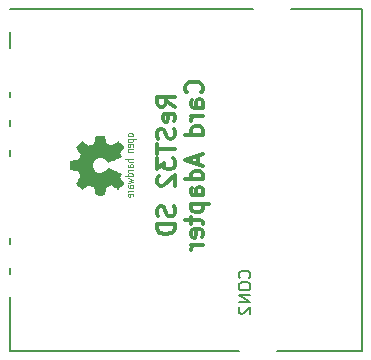
<source format=gbo>
G04 #@! TF.FileFunction,Legend,Bot*
%FSLAX46Y46*%
G04 Gerber Fmt 4.6, Leading zero omitted, Abs format (unit mm)*
G04 Created by KiCad (PCBNEW 4.0.2-stable) date 27.07.2016 22:22:32*
%MOMM*%
G01*
G04 APERTURE LIST*
%ADD10C,0.100000*%
%ADD11C,0.300000*%
%ADD12C,0.075000*%
%ADD13C,0.002540*%
%ADD14C,0.150000*%
G04 APERTURE END LIST*
D10*
D11*
X93458571Y-118515430D02*
X92744286Y-118015430D01*
X93458571Y-117658287D02*
X91958571Y-117658287D01*
X91958571Y-118229715D01*
X92030000Y-118372573D01*
X92101429Y-118444001D01*
X92244286Y-118515430D01*
X92458571Y-118515430D01*
X92601429Y-118444001D01*
X92672857Y-118372573D01*
X92744286Y-118229715D01*
X92744286Y-117658287D01*
X93387143Y-119729715D02*
X93458571Y-119586858D01*
X93458571Y-119301144D01*
X93387143Y-119158287D01*
X93244286Y-119086858D01*
X92672857Y-119086858D01*
X92530000Y-119158287D01*
X92458571Y-119301144D01*
X92458571Y-119586858D01*
X92530000Y-119729715D01*
X92672857Y-119801144D01*
X92815714Y-119801144D01*
X92958571Y-119086858D01*
X93387143Y-120372572D02*
X93458571Y-120586858D01*
X93458571Y-120944001D01*
X93387143Y-121086858D01*
X93315714Y-121158287D01*
X93172857Y-121229715D01*
X93030000Y-121229715D01*
X92887143Y-121158287D01*
X92815714Y-121086858D01*
X92744286Y-120944001D01*
X92672857Y-120658287D01*
X92601429Y-120515429D01*
X92530000Y-120444001D01*
X92387143Y-120372572D01*
X92244286Y-120372572D01*
X92101429Y-120444001D01*
X92030000Y-120515429D01*
X91958571Y-120658287D01*
X91958571Y-121015429D01*
X92030000Y-121229715D01*
X91958571Y-121658286D02*
X91958571Y-122515429D01*
X93458571Y-122086858D02*
X91958571Y-122086858D01*
X91958571Y-122872572D02*
X91958571Y-123801143D01*
X92530000Y-123301143D01*
X92530000Y-123515429D01*
X92601429Y-123658286D01*
X92672857Y-123729715D01*
X92815714Y-123801143D01*
X93172857Y-123801143D01*
X93315714Y-123729715D01*
X93387143Y-123658286D01*
X93458571Y-123515429D01*
X93458571Y-123086857D01*
X93387143Y-122944000D01*
X93315714Y-122872572D01*
X92101429Y-124372571D02*
X92030000Y-124444000D01*
X91958571Y-124586857D01*
X91958571Y-124944000D01*
X92030000Y-125086857D01*
X92101429Y-125158286D01*
X92244286Y-125229714D01*
X92387143Y-125229714D01*
X92601429Y-125158286D01*
X93458571Y-124301143D01*
X93458571Y-125229714D01*
X93387143Y-126943999D02*
X93458571Y-127158285D01*
X93458571Y-127515428D01*
X93387143Y-127658285D01*
X93315714Y-127729714D01*
X93172857Y-127801142D01*
X93030000Y-127801142D01*
X92887143Y-127729714D01*
X92815714Y-127658285D01*
X92744286Y-127515428D01*
X92672857Y-127229714D01*
X92601429Y-127086856D01*
X92530000Y-127015428D01*
X92387143Y-126943999D01*
X92244286Y-126943999D01*
X92101429Y-127015428D01*
X92030000Y-127086856D01*
X91958571Y-127229714D01*
X91958571Y-127586856D01*
X92030000Y-127801142D01*
X93458571Y-128443999D02*
X91958571Y-128443999D01*
X91958571Y-128801142D01*
X92030000Y-129015427D01*
X92172857Y-129158285D01*
X92315714Y-129229713D01*
X92601429Y-129301142D01*
X92815714Y-129301142D01*
X93101429Y-129229713D01*
X93244286Y-129158285D01*
X93387143Y-129015427D01*
X93458571Y-128801142D01*
X93458571Y-128443999D01*
X95715714Y-117301144D02*
X95787143Y-117229715D01*
X95858571Y-117015429D01*
X95858571Y-116872572D01*
X95787143Y-116658287D01*
X95644286Y-116515429D01*
X95501429Y-116444001D01*
X95215714Y-116372572D01*
X95001429Y-116372572D01*
X94715714Y-116444001D01*
X94572857Y-116515429D01*
X94430000Y-116658287D01*
X94358571Y-116872572D01*
X94358571Y-117015429D01*
X94430000Y-117229715D01*
X94501429Y-117301144D01*
X95858571Y-118586858D02*
X95072857Y-118586858D01*
X94930000Y-118515429D01*
X94858571Y-118372572D01*
X94858571Y-118086858D01*
X94930000Y-117944001D01*
X95787143Y-118586858D02*
X95858571Y-118444001D01*
X95858571Y-118086858D01*
X95787143Y-117944001D01*
X95644286Y-117872572D01*
X95501429Y-117872572D01*
X95358571Y-117944001D01*
X95287143Y-118086858D01*
X95287143Y-118444001D01*
X95215714Y-118586858D01*
X95858571Y-119301144D02*
X94858571Y-119301144D01*
X95144286Y-119301144D02*
X95001429Y-119372572D01*
X94930000Y-119444001D01*
X94858571Y-119586858D01*
X94858571Y-119729715D01*
X95858571Y-120872572D02*
X94358571Y-120872572D01*
X95787143Y-120872572D02*
X95858571Y-120729715D01*
X95858571Y-120444001D01*
X95787143Y-120301143D01*
X95715714Y-120229715D01*
X95572857Y-120158286D01*
X95144286Y-120158286D01*
X95001429Y-120229715D01*
X94930000Y-120301143D01*
X94858571Y-120444001D01*
X94858571Y-120729715D01*
X94930000Y-120872572D01*
X95430000Y-122658286D02*
X95430000Y-123372572D01*
X95858571Y-122515429D02*
X94358571Y-123015429D01*
X95858571Y-123515429D01*
X95858571Y-124658286D02*
X94358571Y-124658286D01*
X95787143Y-124658286D02*
X95858571Y-124515429D01*
X95858571Y-124229715D01*
X95787143Y-124086857D01*
X95715714Y-124015429D01*
X95572857Y-123944000D01*
X95144286Y-123944000D01*
X95001429Y-124015429D01*
X94930000Y-124086857D01*
X94858571Y-124229715D01*
X94858571Y-124515429D01*
X94930000Y-124658286D01*
X95858571Y-126015429D02*
X95072857Y-126015429D01*
X94930000Y-125944000D01*
X94858571Y-125801143D01*
X94858571Y-125515429D01*
X94930000Y-125372572D01*
X95787143Y-126015429D02*
X95858571Y-125872572D01*
X95858571Y-125515429D01*
X95787143Y-125372572D01*
X95644286Y-125301143D01*
X95501429Y-125301143D01*
X95358571Y-125372572D01*
X95287143Y-125515429D01*
X95287143Y-125872572D01*
X95215714Y-126015429D01*
X94858571Y-126729715D02*
X96358571Y-126729715D01*
X94930000Y-126729715D02*
X94858571Y-126872572D01*
X94858571Y-127158286D01*
X94930000Y-127301143D01*
X95001429Y-127372572D01*
X95144286Y-127444001D01*
X95572857Y-127444001D01*
X95715714Y-127372572D01*
X95787143Y-127301143D01*
X95858571Y-127158286D01*
X95858571Y-126872572D01*
X95787143Y-126729715D01*
X94858571Y-127872572D02*
X94858571Y-128444001D01*
X94358571Y-128086858D02*
X95644286Y-128086858D01*
X95787143Y-128158286D01*
X95858571Y-128301144D01*
X95858571Y-128444001D01*
X95787143Y-129515429D02*
X95858571Y-129372572D01*
X95858571Y-129086858D01*
X95787143Y-128944001D01*
X95644286Y-128872572D01*
X95072857Y-128872572D01*
X94930000Y-128944001D01*
X94858571Y-129086858D01*
X94858571Y-129372572D01*
X94930000Y-129515429D01*
X95072857Y-129586858D01*
X95215714Y-129586858D01*
X95358571Y-128872572D01*
X95858571Y-130229715D02*
X94858571Y-130229715D01*
X95144286Y-130229715D02*
X95001429Y-130301143D01*
X94930000Y-130372572D01*
X94858571Y-130515429D01*
X94858571Y-130658286D01*
D12*
X89488000Y-125604000D02*
X89948000Y-125604000D01*
X89488000Y-125694000D02*
X89488000Y-125744000D01*
X89518000Y-125644000D02*
X89488000Y-125694000D01*
X89538000Y-125624000D02*
X89518000Y-125644000D01*
X89608000Y-125604000D02*
X89538000Y-125624000D01*
X89948000Y-126044000D02*
X89918000Y-126094000D01*
X89948000Y-125944000D02*
X89948000Y-126044000D01*
X89918000Y-125904000D02*
X89948000Y-125944000D01*
X89848000Y-125884000D02*
X89918000Y-125904000D01*
X89578000Y-125884000D02*
X89848000Y-125884000D01*
X89518000Y-125914000D02*
X89578000Y-125884000D01*
X89488000Y-125954000D02*
X89518000Y-125914000D01*
X89488000Y-126054000D02*
X89488000Y-125954000D01*
X89528000Y-126094000D02*
X89488000Y-126054000D01*
X89598000Y-126114000D02*
X89528000Y-126094000D01*
X89718000Y-126114000D02*
X89598000Y-126114000D01*
X89718000Y-126114000D02*
X89718000Y-125884000D01*
X89578000Y-125364000D02*
X89948000Y-125364000D01*
X89518000Y-125334000D02*
X89578000Y-125364000D01*
X89488000Y-125294000D02*
X89518000Y-125334000D01*
X89488000Y-125194000D02*
X89488000Y-125294000D01*
X89518000Y-125144000D02*
X89488000Y-125194000D01*
X89678000Y-125204000D02*
X89708000Y-125154000D01*
X89678000Y-125324000D02*
X89678000Y-125204000D01*
X89648000Y-125364000D02*
X89678000Y-125324000D01*
X89948000Y-125314000D02*
X89908000Y-125364000D01*
X89948000Y-125194000D02*
X89948000Y-125314000D01*
X89908000Y-125144000D02*
X89948000Y-125194000D01*
X89848000Y-125124000D02*
X89908000Y-125144000D01*
X89778000Y-125124000D02*
X89848000Y-125124000D01*
X89708000Y-125154000D02*
X89778000Y-125124000D01*
X89488000Y-124574000D02*
X89948000Y-124674000D01*
X89948000Y-124674000D02*
X89608000Y-124764000D01*
X89608000Y-124764000D02*
X89948000Y-124864000D01*
X89948000Y-124864000D02*
X89488000Y-124964000D01*
X89918000Y-124384000D02*
X89948000Y-124344000D01*
X89948000Y-124344000D02*
X89948000Y-124234000D01*
X89948000Y-124234000D02*
X89918000Y-124194000D01*
X89918000Y-124194000D02*
X89888000Y-124174000D01*
X89888000Y-124174000D02*
X89818000Y-124144000D01*
X89818000Y-124144000D02*
X89618000Y-124144000D01*
X89618000Y-124144000D02*
X89548000Y-124174000D01*
X89548000Y-124174000D02*
X89518000Y-124194000D01*
X89518000Y-124194000D02*
X89478000Y-124254000D01*
X89478000Y-124254000D02*
X89478000Y-124324000D01*
X89478000Y-124324000D02*
X89518000Y-124384000D01*
X89248000Y-124384000D02*
X89948000Y-124384000D01*
X89608000Y-123864000D02*
X89538000Y-123884000D01*
X89538000Y-123884000D02*
X89518000Y-123904000D01*
X89518000Y-123904000D02*
X89488000Y-123954000D01*
X89488000Y-123954000D02*
X89488000Y-124004000D01*
X89488000Y-123864000D02*
X89948000Y-123864000D01*
X89708000Y-123414000D02*
X89778000Y-123384000D01*
X89778000Y-123384000D02*
X89848000Y-123384000D01*
X89848000Y-123384000D02*
X89908000Y-123404000D01*
X89908000Y-123404000D02*
X89948000Y-123454000D01*
X89948000Y-123454000D02*
X89948000Y-123574000D01*
X89948000Y-123574000D02*
X89908000Y-123624000D01*
X89648000Y-123624000D02*
X89678000Y-123584000D01*
X89678000Y-123584000D02*
X89678000Y-123464000D01*
X89678000Y-123464000D02*
X89708000Y-123414000D01*
X89518000Y-123404000D02*
X89488000Y-123454000D01*
X89488000Y-123454000D02*
X89488000Y-123554000D01*
X89488000Y-123554000D02*
X89518000Y-123594000D01*
X89518000Y-123594000D02*
X89578000Y-123624000D01*
X89578000Y-123624000D02*
X89948000Y-123624000D01*
X89558000Y-122954000D02*
X89518000Y-122974000D01*
X89518000Y-122974000D02*
X89488000Y-123024000D01*
X89488000Y-123024000D02*
X89488000Y-123104000D01*
X89488000Y-123104000D02*
X89518000Y-123144000D01*
X89518000Y-123144000D02*
X89578000Y-123164000D01*
X89578000Y-123164000D02*
X89948000Y-123164000D01*
X89248000Y-122954000D02*
X89948000Y-122954000D01*
X89718000Y-121904000D02*
X89718000Y-121674000D01*
X89548000Y-122124000D02*
X89518000Y-122144000D01*
X89518000Y-122144000D02*
X89488000Y-122184000D01*
X89488000Y-122184000D02*
X89488000Y-122274000D01*
X89488000Y-122274000D02*
X89518000Y-122314000D01*
X89518000Y-122314000D02*
X89578000Y-122334000D01*
X89578000Y-122334000D02*
X89948000Y-122334000D01*
X89488000Y-122124000D02*
X89948000Y-122124000D01*
X89718000Y-121904000D02*
X89598000Y-121904000D01*
X89598000Y-121904000D02*
X89528000Y-121884000D01*
X89528000Y-121884000D02*
X89488000Y-121844000D01*
X89488000Y-121844000D02*
X89488000Y-121744000D01*
X89488000Y-121744000D02*
X89518000Y-121704000D01*
X89518000Y-121704000D02*
X89578000Y-121674000D01*
X89578000Y-121674000D02*
X89848000Y-121674000D01*
X89848000Y-121674000D02*
X89918000Y-121694000D01*
X89918000Y-121694000D02*
X89948000Y-121734000D01*
X89948000Y-121734000D02*
X89948000Y-121834000D01*
X89948000Y-121834000D02*
X89918000Y-121884000D01*
X89518000Y-121244000D02*
X89488000Y-121284000D01*
X89488000Y-121284000D02*
X89488000Y-121384000D01*
X89488000Y-121384000D02*
X89518000Y-121424000D01*
X89518000Y-121424000D02*
X89548000Y-121454000D01*
X89548000Y-121454000D02*
X89608000Y-121474000D01*
X89608000Y-121474000D02*
X89828000Y-121474000D01*
X89828000Y-121474000D02*
X89888000Y-121454000D01*
X89888000Y-121454000D02*
X89918000Y-121434000D01*
X89918000Y-121434000D02*
X89948000Y-121394000D01*
X89948000Y-121394000D02*
X89948000Y-121294000D01*
X89948000Y-121294000D02*
X89918000Y-121244000D01*
X90188000Y-121244000D02*
X89488000Y-121244000D01*
X89488000Y-120934000D02*
X89488000Y-120854000D01*
X89488000Y-120854000D02*
X89518000Y-120814000D01*
X89518000Y-120814000D02*
X89548000Y-120794000D01*
X89548000Y-120794000D02*
X89618000Y-120764000D01*
X89948000Y-120854000D02*
X89948000Y-120934000D01*
X89948000Y-120934000D02*
X89918000Y-120984000D01*
X89918000Y-120984000D02*
X89888000Y-121004000D01*
X89888000Y-121004000D02*
X89818000Y-121024000D01*
X89818000Y-121024000D02*
X89618000Y-121024000D01*
X89618000Y-121024000D02*
X89558000Y-121004000D01*
X89558000Y-121004000D02*
X89528000Y-120984000D01*
X89528000Y-120984000D02*
X89488000Y-120934000D01*
X89618000Y-120764000D02*
X89818000Y-120764000D01*
X89818000Y-120764000D02*
X89878000Y-120784000D01*
X89878000Y-120784000D02*
X89908000Y-120804000D01*
X89908000Y-120804000D02*
X89948000Y-120854000D01*
D13*
G36*
X89113360Y-121930160D02*
X89098120Y-121955560D01*
X89062560Y-122013980D01*
X89006680Y-122097800D01*
X88940640Y-122196860D01*
X88874600Y-122295920D01*
X88821260Y-122377200D01*
X88783160Y-122433080D01*
X88770460Y-122458480D01*
X88775540Y-122471180D01*
X88798400Y-122516900D01*
X88833960Y-122585480D01*
X88854280Y-122626120D01*
X88879680Y-122687080D01*
X88887300Y-122720100D01*
X88877140Y-122725180D01*
X88828880Y-122748040D01*
X88747600Y-122783600D01*
X88638380Y-122829320D01*
X88511380Y-122885200D01*
X88376760Y-122941080D01*
X88237060Y-122999500D01*
X88102440Y-123055380D01*
X87983060Y-123103640D01*
X87886540Y-123144280D01*
X87817960Y-123169680D01*
X87790020Y-123179840D01*
X87782400Y-123177300D01*
X87751920Y-123144280D01*
X87711280Y-123090940D01*
X87614760Y-122971560D01*
X87469980Y-122854720D01*
X87304880Y-122783600D01*
X87119460Y-122760740D01*
X86949280Y-122781060D01*
X86786720Y-122847100D01*
X86639400Y-122961400D01*
X86530180Y-123101100D01*
X86461600Y-123263660D01*
X86438740Y-123444000D01*
X86459060Y-123616720D01*
X86525100Y-123784360D01*
X86636860Y-123931680D01*
X86707980Y-123995180D01*
X86857840Y-124081540D01*
X87015320Y-124129800D01*
X87055960Y-124134880D01*
X87231220Y-124127260D01*
X87401400Y-124076460D01*
X87551260Y-123982480D01*
X87675720Y-123852940D01*
X87685880Y-123837700D01*
X87731600Y-123779280D01*
X87762080Y-123738640D01*
X87787480Y-123708160D01*
X88325960Y-123931680D01*
X88409780Y-123967240D01*
X88557100Y-124028200D01*
X88684100Y-124081540D01*
X88785700Y-124124720D01*
X88851740Y-124155200D01*
X88879680Y-124167900D01*
X88882220Y-124167900D01*
X88884760Y-124188220D01*
X88869520Y-124228860D01*
X88833960Y-124305060D01*
X88808560Y-124353320D01*
X88780620Y-124411740D01*
X88770460Y-124437140D01*
X88783160Y-124460000D01*
X88818720Y-124513340D01*
X88872060Y-124594620D01*
X88935560Y-124691140D01*
X88999060Y-124782580D01*
X89054940Y-124866400D01*
X89093040Y-124927360D01*
X89110820Y-124957840D01*
X89110820Y-124962920D01*
X89095580Y-124988320D01*
X89054940Y-125036580D01*
X88986360Y-125110240D01*
X88882220Y-125214380D01*
X88866980Y-125229620D01*
X88780620Y-125315980D01*
X88706960Y-125384560D01*
X88656160Y-125430280D01*
X88633300Y-125448060D01*
X88633300Y-125448060D01*
X88602820Y-125432820D01*
X88541860Y-125394720D01*
X88455500Y-125338840D01*
X88356440Y-125270260D01*
X88097360Y-125092460D01*
X87853520Y-125188980D01*
X87777320Y-125219460D01*
X87688420Y-125257560D01*
X87622380Y-125285500D01*
X87594440Y-125300740D01*
X87584280Y-125326140D01*
X87569040Y-125394720D01*
X87548720Y-125491240D01*
X87528400Y-125605540D01*
X87508080Y-125717300D01*
X87487760Y-125816360D01*
X87475060Y-125887480D01*
X87467440Y-125920500D01*
X87462360Y-125928120D01*
X87447120Y-125935740D01*
X87414100Y-125938280D01*
X87353140Y-125940820D01*
X87259160Y-125943360D01*
X87119460Y-125943360D01*
X87104220Y-125943360D01*
X86974680Y-125940820D01*
X86868000Y-125938280D01*
X86801960Y-125935740D01*
X86774020Y-125930660D01*
X86774020Y-125930660D01*
X86766400Y-125900180D01*
X86751160Y-125829060D01*
X86733380Y-125730000D01*
X86710520Y-125610620D01*
X86707980Y-125603000D01*
X86685120Y-125486160D01*
X86664800Y-125387100D01*
X86649560Y-125315980D01*
X86639400Y-125288040D01*
X86631780Y-125280420D01*
X86586060Y-125257560D01*
X86512400Y-125224540D01*
X86423500Y-125183900D01*
X86329520Y-125145800D01*
X86245700Y-125112780D01*
X86184740Y-125089920D01*
X86156800Y-125082300D01*
X86154260Y-125084840D01*
X86126320Y-125102620D01*
X86065360Y-125143260D01*
X85981540Y-125199140D01*
X85879940Y-125267720D01*
X85872320Y-125272800D01*
X85773260Y-125341380D01*
X85686900Y-125397260D01*
X85628480Y-125432820D01*
X85600540Y-125448060D01*
X85598000Y-125448060D01*
X85567520Y-125425200D01*
X85511640Y-125374400D01*
X85435440Y-125300740D01*
X85346540Y-125214380D01*
X85321140Y-125186440D01*
X85224620Y-125087380D01*
X85163660Y-125021340D01*
X85130640Y-124978160D01*
X85123020Y-124957840D01*
X85123020Y-124957840D01*
X85140800Y-124927360D01*
X85181440Y-124863860D01*
X85239860Y-124780040D01*
X85308440Y-124678440D01*
X85313520Y-124670820D01*
X85382100Y-124571760D01*
X85437980Y-124487940D01*
X85478620Y-124429520D01*
X85493860Y-124401580D01*
X85493860Y-124399040D01*
X85481160Y-124358400D01*
X85455760Y-124287280D01*
X85422740Y-124198380D01*
X85384640Y-124106940D01*
X85349080Y-124023120D01*
X85321140Y-123959620D01*
X85303360Y-123929140D01*
X85303360Y-123929140D01*
X85267800Y-123918980D01*
X85191600Y-123901200D01*
X85090000Y-123880880D01*
X84968080Y-123855480D01*
X84947760Y-123852940D01*
X84828380Y-123830080D01*
X84729320Y-123812300D01*
X84660740Y-123797060D01*
X84632800Y-123789440D01*
X84630260Y-123774200D01*
X84625180Y-123715780D01*
X84622640Y-123626880D01*
X84622640Y-123517660D01*
X84622640Y-123405900D01*
X84625180Y-123296680D01*
X84627720Y-123202700D01*
X84632800Y-123134120D01*
X84637880Y-123106180D01*
X84640420Y-123106180D01*
X84678520Y-123096020D01*
X84752180Y-123078240D01*
X84856320Y-123057920D01*
X84978240Y-123035060D01*
X85001100Y-123029980D01*
X85117940Y-123007120D01*
X85217000Y-122986800D01*
X85283040Y-122974100D01*
X85310980Y-122966480D01*
X85316060Y-122953780D01*
X85336380Y-122905520D01*
X85369400Y-122826780D01*
X85410040Y-122727720D01*
X85501480Y-122499120D01*
X85310980Y-122217180D01*
X85293200Y-122191780D01*
X85224620Y-122090180D01*
X85168740Y-122008900D01*
X85130640Y-121950480D01*
X85117940Y-121927620D01*
X85117940Y-121925080D01*
X85143340Y-121897140D01*
X85196680Y-121841260D01*
X85270340Y-121765060D01*
X85356700Y-121676160D01*
X85422740Y-121612660D01*
X85501480Y-121533920D01*
X85554820Y-121485660D01*
X85587840Y-121457720D01*
X85608160Y-121450100D01*
X85623400Y-121452640D01*
X85651340Y-121470420D01*
X85712300Y-121511060D01*
X85798660Y-121569480D01*
X85897720Y-121638060D01*
X85981540Y-121693940D01*
X86075520Y-121754900D01*
X86141560Y-121793000D01*
X86174580Y-121808240D01*
X86187280Y-121803160D01*
X86243160Y-121785380D01*
X86326980Y-121749820D01*
X86426040Y-121709180D01*
X86647020Y-121610120D01*
X86674960Y-121465340D01*
X86692740Y-121376440D01*
X86715600Y-121254520D01*
X86738460Y-121135140D01*
X86774020Y-120952260D01*
X87449660Y-120944640D01*
X87462360Y-120972580D01*
X87469980Y-121000520D01*
X87485220Y-121069100D01*
X87505540Y-121165620D01*
X87525860Y-121282460D01*
X87543640Y-121378980D01*
X87563960Y-121478040D01*
X87576660Y-121549160D01*
X87584280Y-121579640D01*
X87594440Y-121589800D01*
X87642700Y-121612660D01*
X87718900Y-121648220D01*
X87810340Y-121688860D01*
X87904320Y-121726960D01*
X87993220Y-121762520D01*
X88059260Y-121785380D01*
X88092280Y-121795540D01*
X88120220Y-121782840D01*
X88178640Y-121744740D01*
X88259920Y-121691400D01*
X88358980Y-121622820D01*
X88455500Y-121556780D01*
X88539320Y-121498360D01*
X88600280Y-121460260D01*
X88628220Y-121442480D01*
X88646000Y-121452640D01*
X88694260Y-121490740D01*
X88770460Y-121564400D01*
X88879680Y-121676160D01*
X88897460Y-121693940D01*
X88981280Y-121780300D01*
X89049860Y-121853960D01*
X89095580Y-121907300D01*
X89113360Y-121930160D01*
X89113360Y-121930160D01*
G37*
X89113360Y-121930160D02*
X89098120Y-121955560D01*
X89062560Y-122013980D01*
X89006680Y-122097800D01*
X88940640Y-122196860D01*
X88874600Y-122295920D01*
X88821260Y-122377200D01*
X88783160Y-122433080D01*
X88770460Y-122458480D01*
X88775540Y-122471180D01*
X88798400Y-122516900D01*
X88833960Y-122585480D01*
X88854280Y-122626120D01*
X88879680Y-122687080D01*
X88887300Y-122720100D01*
X88877140Y-122725180D01*
X88828880Y-122748040D01*
X88747600Y-122783600D01*
X88638380Y-122829320D01*
X88511380Y-122885200D01*
X88376760Y-122941080D01*
X88237060Y-122999500D01*
X88102440Y-123055380D01*
X87983060Y-123103640D01*
X87886540Y-123144280D01*
X87817960Y-123169680D01*
X87790020Y-123179840D01*
X87782400Y-123177300D01*
X87751920Y-123144280D01*
X87711280Y-123090940D01*
X87614760Y-122971560D01*
X87469980Y-122854720D01*
X87304880Y-122783600D01*
X87119460Y-122760740D01*
X86949280Y-122781060D01*
X86786720Y-122847100D01*
X86639400Y-122961400D01*
X86530180Y-123101100D01*
X86461600Y-123263660D01*
X86438740Y-123444000D01*
X86459060Y-123616720D01*
X86525100Y-123784360D01*
X86636860Y-123931680D01*
X86707980Y-123995180D01*
X86857840Y-124081540D01*
X87015320Y-124129800D01*
X87055960Y-124134880D01*
X87231220Y-124127260D01*
X87401400Y-124076460D01*
X87551260Y-123982480D01*
X87675720Y-123852940D01*
X87685880Y-123837700D01*
X87731600Y-123779280D01*
X87762080Y-123738640D01*
X87787480Y-123708160D01*
X88325960Y-123931680D01*
X88409780Y-123967240D01*
X88557100Y-124028200D01*
X88684100Y-124081540D01*
X88785700Y-124124720D01*
X88851740Y-124155200D01*
X88879680Y-124167900D01*
X88882220Y-124167900D01*
X88884760Y-124188220D01*
X88869520Y-124228860D01*
X88833960Y-124305060D01*
X88808560Y-124353320D01*
X88780620Y-124411740D01*
X88770460Y-124437140D01*
X88783160Y-124460000D01*
X88818720Y-124513340D01*
X88872060Y-124594620D01*
X88935560Y-124691140D01*
X88999060Y-124782580D01*
X89054940Y-124866400D01*
X89093040Y-124927360D01*
X89110820Y-124957840D01*
X89110820Y-124962920D01*
X89095580Y-124988320D01*
X89054940Y-125036580D01*
X88986360Y-125110240D01*
X88882220Y-125214380D01*
X88866980Y-125229620D01*
X88780620Y-125315980D01*
X88706960Y-125384560D01*
X88656160Y-125430280D01*
X88633300Y-125448060D01*
X88633300Y-125448060D01*
X88602820Y-125432820D01*
X88541860Y-125394720D01*
X88455500Y-125338840D01*
X88356440Y-125270260D01*
X88097360Y-125092460D01*
X87853520Y-125188980D01*
X87777320Y-125219460D01*
X87688420Y-125257560D01*
X87622380Y-125285500D01*
X87594440Y-125300740D01*
X87584280Y-125326140D01*
X87569040Y-125394720D01*
X87548720Y-125491240D01*
X87528400Y-125605540D01*
X87508080Y-125717300D01*
X87487760Y-125816360D01*
X87475060Y-125887480D01*
X87467440Y-125920500D01*
X87462360Y-125928120D01*
X87447120Y-125935740D01*
X87414100Y-125938280D01*
X87353140Y-125940820D01*
X87259160Y-125943360D01*
X87119460Y-125943360D01*
X87104220Y-125943360D01*
X86974680Y-125940820D01*
X86868000Y-125938280D01*
X86801960Y-125935740D01*
X86774020Y-125930660D01*
X86774020Y-125930660D01*
X86766400Y-125900180D01*
X86751160Y-125829060D01*
X86733380Y-125730000D01*
X86710520Y-125610620D01*
X86707980Y-125603000D01*
X86685120Y-125486160D01*
X86664800Y-125387100D01*
X86649560Y-125315980D01*
X86639400Y-125288040D01*
X86631780Y-125280420D01*
X86586060Y-125257560D01*
X86512400Y-125224540D01*
X86423500Y-125183900D01*
X86329520Y-125145800D01*
X86245700Y-125112780D01*
X86184740Y-125089920D01*
X86156800Y-125082300D01*
X86154260Y-125084840D01*
X86126320Y-125102620D01*
X86065360Y-125143260D01*
X85981540Y-125199140D01*
X85879940Y-125267720D01*
X85872320Y-125272800D01*
X85773260Y-125341380D01*
X85686900Y-125397260D01*
X85628480Y-125432820D01*
X85600540Y-125448060D01*
X85598000Y-125448060D01*
X85567520Y-125425200D01*
X85511640Y-125374400D01*
X85435440Y-125300740D01*
X85346540Y-125214380D01*
X85321140Y-125186440D01*
X85224620Y-125087380D01*
X85163660Y-125021340D01*
X85130640Y-124978160D01*
X85123020Y-124957840D01*
X85123020Y-124957840D01*
X85140800Y-124927360D01*
X85181440Y-124863860D01*
X85239860Y-124780040D01*
X85308440Y-124678440D01*
X85313520Y-124670820D01*
X85382100Y-124571760D01*
X85437980Y-124487940D01*
X85478620Y-124429520D01*
X85493860Y-124401580D01*
X85493860Y-124399040D01*
X85481160Y-124358400D01*
X85455760Y-124287280D01*
X85422740Y-124198380D01*
X85384640Y-124106940D01*
X85349080Y-124023120D01*
X85321140Y-123959620D01*
X85303360Y-123929140D01*
X85303360Y-123929140D01*
X85267800Y-123918980D01*
X85191600Y-123901200D01*
X85090000Y-123880880D01*
X84968080Y-123855480D01*
X84947760Y-123852940D01*
X84828380Y-123830080D01*
X84729320Y-123812300D01*
X84660740Y-123797060D01*
X84632800Y-123789440D01*
X84630260Y-123774200D01*
X84625180Y-123715780D01*
X84622640Y-123626880D01*
X84622640Y-123517660D01*
X84622640Y-123405900D01*
X84625180Y-123296680D01*
X84627720Y-123202700D01*
X84632800Y-123134120D01*
X84637880Y-123106180D01*
X84640420Y-123106180D01*
X84678520Y-123096020D01*
X84752180Y-123078240D01*
X84856320Y-123057920D01*
X84978240Y-123035060D01*
X85001100Y-123029980D01*
X85117940Y-123007120D01*
X85217000Y-122986800D01*
X85283040Y-122974100D01*
X85310980Y-122966480D01*
X85316060Y-122953780D01*
X85336380Y-122905520D01*
X85369400Y-122826780D01*
X85410040Y-122727720D01*
X85501480Y-122499120D01*
X85310980Y-122217180D01*
X85293200Y-122191780D01*
X85224620Y-122090180D01*
X85168740Y-122008900D01*
X85130640Y-121950480D01*
X85117940Y-121927620D01*
X85117940Y-121925080D01*
X85143340Y-121897140D01*
X85196680Y-121841260D01*
X85270340Y-121765060D01*
X85356700Y-121676160D01*
X85422740Y-121612660D01*
X85501480Y-121533920D01*
X85554820Y-121485660D01*
X85587840Y-121457720D01*
X85608160Y-121450100D01*
X85623400Y-121452640D01*
X85651340Y-121470420D01*
X85712300Y-121511060D01*
X85798660Y-121569480D01*
X85897720Y-121638060D01*
X85981540Y-121693940D01*
X86075520Y-121754900D01*
X86141560Y-121793000D01*
X86174580Y-121808240D01*
X86187280Y-121803160D01*
X86243160Y-121785380D01*
X86326980Y-121749820D01*
X86426040Y-121709180D01*
X86647020Y-121610120D01*
X86674960Y-121465340D01*
X86692740Y-121376440D01*
X86715600Y-121254520D01*
X86738460Y-121135140D01*
X86774020Y-120952260D01*
X87449660Y-120944640D01*
X87462360Y-120972580D01*
X87469980Y-121000520D01*
X87485220Y-121069100D01*
X87505540Y-121165620D01*
X87525860Y-121282460D01*
X87543640Y-121378980D01*
X87563960Y-121478040D01*
X87576660Y-121549160D01*
X87584280Y-121579640D01*
X87594440Y-121589800D01*
X87642700Y-121612660D01*
X87718900Y-121648220D01*
X87810340Y-121688860D01*
X87904320Y-121726960D01*
X87993220Y-121762520D01*
X88059260Y-121785380D01*
X88092280Y-121795540D01*
X88120220Y-121782840D01*
X88178640Y-121744740D01*
X88259920Y-121691400D01*
X88358980Y-121622820D01*
X88455500Y-121556780D01*
X88539320Y-121498360D01*
X88600280Y-121460260D01*
X88628220Y-121442480D01*
X88646000Y-121452640D01*
X88694260Y-121490740D01*
X88770460Y-121564400D01*
X88879680Y-121676160D01*
X88897460Y-121693940D01*
X88981280Y-121780300D01*
X89049860Y-121853960D01*
X89095580Y-121907300D01*
X89113360Y-121930160D01*
D14*
X79500000Y-132150000D02*
X79500000Y-132650000D01*
X79500000Y-129650000D02*
X79500000Y-130150000D01*
X79500000Y-122150000D02*
X79500000Y-122650000D01*
X79500000Y-119650000D02*
X79500000Y-120150000D01*
X79500000Y-117250000D02*
X79500000Y-117650000D01*
X79500000Y-112150000D02*
X79500000Y-113550000D01*
X100100000Y-110250000D02*
X79500000Y-110250000D01*
X98900000Y-139150000D02*
X79500000Y-139150000D01*
X79500000Y-139150000D02*
X79500000Y-134650000D01*
X109300000Y-139150000D02*
X109300000Y-110250000D01*
X109300000Y-110250000D02*
X103300000Y-110250000D01*
X109300000Y-139150000D02*
X102100000Y-139150000D01*
X99788343Y-132999575D02*
X99835962Y-132951956D01*
X99883581Y-132809099D01*
X99883581Y-132713861D01*
X99835962Y-132571003D01*
X99740724Y-132475765D01*
X99645486Y-132428146D01*
X99455010Y-132380527D01*
X99312152Y-132380527D01*
X99121676Y-132428146D01*
X99026438Y-132475765D01*
X98931200Y-132571003D01*
X98883581Y-132713861D01*
X98883581Y-132809099D01*
X98931200Y-132951956D01*
X98978819Y-132999575D01*
X98883581Y-133618622D02*
X98883581Y-133809099D01*
X98931200Y-133904337D01*
X99026438Y-133999575D01*
X99216914Y-134047194D01*
X99550248Y-134047194D01*
X99740724Y-133999575D01*
X99835962Y-133904337D01*
X99883581Y-133809099D01*
X99883581Y-133618622D01*
X99835962Y-133523384D01*
X99740724Y-133428146D01*
X99550248Y-133380527D01*
X99216914Y-133380527D01*
X99026438Y-133428146D01*
X98931200Y-133523384D01*
X98883581Y-133618622D01*
X99883581Y-134475765D02*
X98883581Y-134475765D01*
X99883581Y-135047194D01*
X98883581Y-135047194D01*
X98978819Y-135475765D02*
X98931200Y-135523384D01*
X98883581Y-135618622D01*
X98883581Y-135856718D01*
X98931200Y-135951956D01*
X98978819Y-135999575D01*
X99074057Y-136047194D01*
X99169295Y-136047194D01*
X99312152Y-135999575D01*
X99883581Y-135428146D01*
X99883581Y-136047194D01*
M02*

</source>
